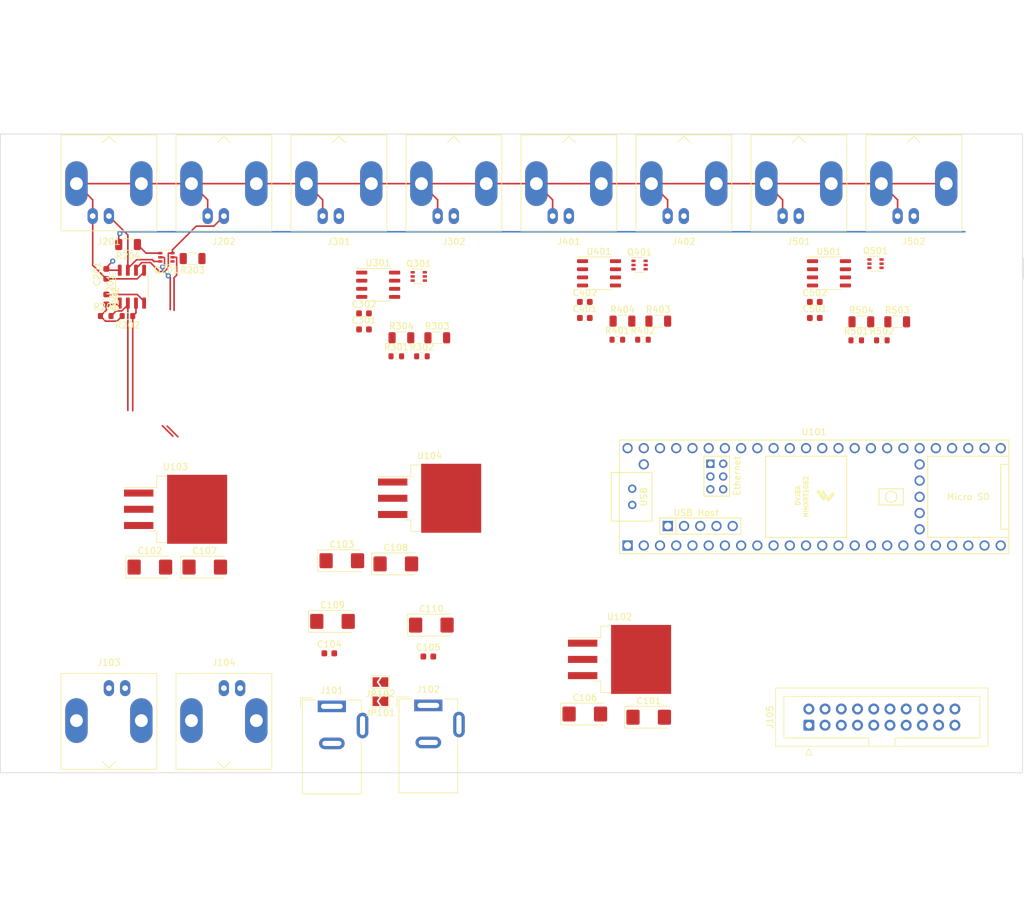
<source format=kicad_pcb>
(kicad_pcb (version 20211014) (generator pcbnew)
  (layers (0 "F.Cu" signal) (31 "B.Cu" signal) (34 "B.Paste" user) (35 "F.Paste" user) (36 "B.SilkS" user "B.Silkscreen") (37 "F.SilkS" user "F.Silkscreen") (38 "B.Mask" user) (39 "F.Mask" user) (44 "Edge.Cuts" user))
  (net 0 "")
  (net 1 "VDC")
  (net 2 "GND")
  (net 3 "Vdrive")
  (net 4 "GND2")
  (net 5 "+5V")
  (net 6 "+3V3")
  (net 7 "Vp")
  (net 10 "/RAW1")
  (net 11 "/RAW2")
  (net 12 "/P9")
  (net 13 "/P10")
  (net 14 "/P11")
  (net 15 "/P12")
  (net 16 "/P13")
  (net 17 "/P14")
  (net 18 "/P15")
  (net 19 "/P16")
  (net 20 "/PU9")
  (net 21 "/PU10")
  (net 22 "/PU11")
  (net 23 "/PU12")
  (net 24 "/PU13")
  (net 25 "/PU14")
  (net 26 "/PU15")
  (net 27 "/PU16")
  (net 28 "Net-(J201-Pad1)")
  (net 29 "Net-(J202-Pad1)")
  (net 30 "Net-(J301-Pad1)")
  (net 31 "Net-(J302-Pad1)")
  (net 32 "Net-(J401-Pad1)")
  (net 33 "Net-(J402-Pad1)")
  (net 34 "Net-(J501-Pad1)")
  (net 35 "Net-(J502-Pad1)")
  (net 36 "Net-(Q201-Pad1)")
  (net 37 "/PU1")
  (net 38 "Net-(Q201-Pad4)")
  (net 39 "/PU2")
  (net 40 "Net-(Q301-Pad1)")
  (net 41 "/PU3")
  (net 42 "Net-(Q301-Pad4)")
  (net 43 "/PU4")
  (net 44 "Net-(Q401-Pad1)")
  (net 45 "/PU5")
  (net 46 "Net-(Q401-Pad4)")
  (net 47 "/PU6")
  (net 48 "Net-(Q501-Pad1)")
  (net 49 "/PU7")
  (net 50 "Net-(Q501-Pad4)")
  (net 51 "/PU8")
  (net 52 "/P1")
  (net 53 "/P2")
  (net 54 "/P3")
  (net 55 "/P4")
  (net 56 "/P5")
  (net 57 "/P6")
  (net 58 "/P7")
  (net 59 "/P8")
  (footprint "Resistor_SMD:R_0603_1608Metric" (layer "F.Cu") (at 171 93)
    (fp_text reference "R502")
    (fp_text value "660R")
  )
  (footprint "Package_SO:SO-8_3.9x4.9mm_P1.27mm" (layer "F.Cu") (at 53.6 84.6 90)
    (fp_text reference "U201")
    (fp_text value "ISO1640DR")
  )
  (footprint "Resistor_SMD:R_0603_1608Metric" (layer "F.Cu") (at 49.5 89.2)
    (fp_text reference "R201")
    (fp_text value "660R")
  )
  (footprint "Jumper:SolderJumper-2_P1.3mm_Open_TrianglePad1.0x1.5mm" (layer "F.Cu") (at 92.5 146.5 180)
    (fp_text reference "JP102")
    (fp_text value "SolderJumper_2_Open")
  )
  (footprint "Jumper:SolderJumper-2_P1.3mm_Open_TrianglePad1.0x1.5mm" (layer "F.Cu") (at 92.5 149.5 180)
    (fp_text reference "JP101")
    (fp_text value "SolderJumper_2_Open")
  )
  (footprint "Package_TO_SOT_SMD:SOT-363_SC-70-6" (layer "F.Cu") (at 170 81)
    (fp_text reference "Q501")
    (fp_text value "BCR185S")
  )
  (footprint "Connector_IDC:IDC-Header_2x10_P2.54mm_Vertical" (layer "F.Cu") (at 159.57 153.2525 90)
    (fp_text reference "J105")
    (fp_text value "Conn_02x10_Counter_Clockwise")
  )
  (footprint "Connector_BarrelJack:BarrelJack_Wuerth_6941xx301002" (layer "F.Cu") (at 100 150.15)
    (fp_text reference "J102")
    (fp_text value "DO_NOT_PLACE")
  )
  (footprint "Package_TO_SOT_SMD:TO-263-3_TabPin2" (layer "F.Cu") (at 100.2 117.725)
    (fp_text reference "U104")
    (fp_text value "LM1085-3.3")
  )
  (footprint "Capacitor_SMD:C_0603_1608Metric" (layer "F.Cu") (at 49.6 86.6 -90)
    (fp_text reference "C202")
    (fp_text value "0.1uF")
  )
  (footprint "Resistor_SMD:R_0603_1608Metric" (layer "F.Cu") (at 129.59 92.9)
    (fp_text reference "R401")
    (fp_text value "660R")
  )
  (footprint "Capacitor_SMD:C_0603_1608Metric" (layer "F.Cu") (at 89.93 88.78)
    (fp_text reference "C302")
    (fp_text value "0.1uF")
  )
  (footprint "Capacitor_Tantalum_SMD:CP_EIA-6032-28_Kemet-C" (layer "F.Cu") (at 124.5 151.5)
    (fp_text reference "C106")
    (fp_text value "10uF")
  )
  (footprint "Resistor_SMD:R_0603_1608Metric" (layer "F.Cu") (at 166.99 93)
    (fp_text reference "R501")
    (fp_text value "660R")
  )
  (footprint "Package_TO_SOT_SMD:SOT-363_SC-70-6" (layer "F.Cu") (at 59 80 180)
    (fp_text reference "Q201")
    (fp_text value "BCR185S")
  )
  (footprint "Capacitor_SMD:C_0603_1608Metric" (layer "F.Cu") (at 49.6 82.6 90)
    (fp_text reference "C201")
    (fp_text value "0.1uF")
  )
  (footprint "Package_TO_SOT_SMD:TO-263-3_TabPin2" (layer "F.Cu") (at 129.935 142.95)
    (fp_text reference "U102")
    (fp_text value "LM1085-5.0")
  )
  (footprint "Capacitor_Tantalum_SMD:CP_EIA-6032-28_Kemet-C" (layer "F.Cu") (at 134.5 152)
    (fp_text reference "C101")
    (fp_text value "10uF")
  )
  (footprint "Capacitor_SMD:C_0603_1608Metric" (layer "F.Cu") (at 160.5 86.99)
    (fp_text reference "C502")
    (fp_text value "0.1uF")
  )
  (footprint "Resistor_SMD:R_1206_3216Metric" (layer "F.Cu") (at 130.39 90)
    (fp_text reference "R404")
    (fp_text value "330R")
  )
  (footprint "Connector_Coaxial:BNC_Amphenol_B6252HB-NPP3G-50_Horizontal" (layer "F.Cu") (at 50 147.45 180)
    (fp_text reference "J103")
    (fp_text value "Conn_Coaxial")
  )
  (footprint "Package_SO:SO-8_3.9x4.9mm_P1.27mm" (layer "F.Cu") (at 162.72 82.51)
    (fp_text reference "U501")
    (fp_text value "ISO1640DR")
  )
  (footprint "Resistor_SMD:R_0603_1608Metric" (layer "F.Cu") (at 52.9 89.2 180)
    (fp_text reference "R202")
    (fp_text value "660R")
  )
  (footprint "Resistor_SMD:R_1206_3216Metric" (layer "F.Cu") (at 136 90)
    (fp_text reference "R403")
    (fp_text value "330R")
  )
  (footprint "Capacitor_Tantalum_SMD:CP_EIA-6032-28_Kemet-C" (layer "F.Cu") (at 65 128.5)
    (fp_text reference "C107")
    (fp_text value "10uF")
  )
  (footprint "Package_TO_SOT_SMD:SOT-363_SC-70-6" (layer "F.Cu") (at 133.07 81.21)
    (fp_text reference "Q401")
    (fp_text value "BCR185S")
  )
  (footprint "Capacitor_SMD:C_0603_1608Metric" (layer "F.Cu") (at 124.5 86.99)
    (fp_text reference "C402")
    (fp_text value "0.1uF")
  )
  (footprint "Capacitor_SMD:C_0603_1608Metric" (layer "F.Cu") (at 160.5 89.5)
    (fp_text reference "C501")
    (fp_text value "0.1uF")
  )
  (footprint "Capacitor_Tantalum_SMD:CP_EIA-6032-28_Kemet-C" (layer "F.Cu") (at 86.4625 127.5)
    (fp_text reference "C103")
    (fp_text value "10uF")
  )
  (footprint "Connector_Coaxial:BNC_Amphenol_B6252HB-NPP3G-50_Horizontal" (layer "F.Cu") (at 86 73.55)
    (fp_text reference "J301")
    (fp_text value "Conn_Coaxial")
  )
  (footprint "Capacitor_Tantalum_SMD:CP_EIA-6032-28_Kemet-C" (layer "F.Cu") (at 56.41 128.5)
    (fp_text reference "C102")
    (fp_text value "10uF")
  )
  (footprint "Connector_Coaxial:BNC_Amphenol_B6252HB-NPP3G-50_Horizontal" (layer "F.Cu") (at 68 147.45 180)
    (fp_text reference "J104")
    (fp_text value "Conn_Coaxial")
  )
  (footprint "Capacitor_Tantalum_SMD:CP_EIA-6032-28_Kemet-C" (layer "F.Cu") (at 100.475 137.58)
    (fp_text reference "C110")
    (fp_text value "10uF")
  )
  (footprint "Connector_Coaxial:BNC_Amphenol_B6252HB-NPP3G-50_Horizontal" (layer "F.Cu") (at 176 73.55)
    (fp_text reference "J502")
    (fp_text value "Conn_Coaxial")
  )
  (footprint "Resistor_SMD:R_1206_3216Metric" (layer "F.Cu") (at 95.79 92.6)
    (fp_text reference "R304")
    (fp_text value "330R")
  )
  (footprint "Resistor_SMD:R_0603_1608Metric" (layer "F.Cu") (at 94.99 95.5)
    (fp_text reference "R301")
    (fp_text value "660R")
  )
  (footprint "Resistor_SMD:R_1206_3216Metric" (layer "F.Cu") (at 53 78 180)
    (fp_text reference "R204")
    (fp_text value "330R")
  )
  (footprint "Connector_Coaxial:BNC_Amphenol_B6252HB-NPP3G-50_Horizontal" (layer "F.Cu") (at 68 73.55)
    (fp_text reference "J202")
    (fp_text value "Conn_Coaxial")
  )
  (footprint "Resistor_SMD:R_1206_3216Metric" (layer "F.Cu") (at 101.4 92.6)
    (fp_text reference "R303")
    (fp_text value "330R")
  )
  (footprint "Resistor_SMD:R_0603_1608Metric" (layer "F.Cu") (at 99 95.5)
    (fp_text reference "R302")
    (fp_text value "660R")
  )
  (footprint "Capacitor_Tantalum_SMD:CP_EIA-6032-28_Kemet-C" (layer "F.Cu") (at 85 137)
    (fp_text reference "C109")
    (fp_text value "10uF")
  )
  (footprint "Capacitor_SMD:C_0603_1608Metric" (layer "F.Cu") (at 124.5 89.5)
    (fp_text reference "C401")
    (fp_text value "0.1uF")
  )
  (footprint "Resistor_SMD:R_1206_3216Metric" (layer "F.Cu") (at 167.79 90.1)
    (fp_text reference "R504")
    (fp_text value "330R")
  )
  (footprint "Resistor_SMD:R_1206_3216Metric" (layer "F.Cu") (at 173.4 90.1)
    (fp_text reference "R503")
    (fp_text value "330R")
  )
  (footprint "Connector_Coaxial:BNC_Amphenol_B6252HB-NPP3G-50_Horizontal" (layer "F.Cu") (at 122 73.55)
    (fp_text reference "J401")
    (fp_text value "Conn_Coaxial")
  )
  (footprint "Capacitor_SMD:C_0603_1608Metric" (layer "F.Cu") (at 100 142.5)
    (fp_text reference "C105")
    (fp_text value "0.1uF")
  )
  (footprint "Connector_Coaxial:BNC_Amphenol_B6252HB-NPP3G-50_Horizontal" (layer "F.Cu") (at 50 73.55)
    (fp_text reference "J201")
    (fp_text value "Conn_Coaxial")
  )
  (footprint "Resistor_SMD:R_0603_1608Metric" (layer "F.Cu") (at 133.6 92.9)
    (fp_text reference "R402")
    (fp_text value "660R")
  )
  (footprint "Package_SO:SO-8_3.9x4.9mm_P1.27mm" (layer "F.Cu") (at 92.15 84.3)
    (fp_text reference "U301")
    (fp_text value "ISO1640DR")
  )
  (footprint "Connector_Coaxial:BNC_Amphenol_B6252HB-NPP3G-50_Horizontal" (layer "F.Cu") (at 140 73.55)
    (fp_text reference "J402")
    (fp_text value "Conn_Coaxial")
  )
  (footprint "Capacitor_SMD:C_0603_1608Metric" (layer "F.Cu") (at 84.5 142)
    (fp_text reference "C104")
    (fp_text value "0.1uF")
  )
  (footprint "Package_TO_SOT_SMD:TO-263-3_TabPin2" (layer "F.Cu") (at 60.435 119.45)
    (fp_text reference "U103")
    (fp_text value "LM1085-3.3")
  )
  (footprint "Resistor_SMD:R_1206_3216Metric" (layer "F.Cu") (at 63.1 80.2 180)
    (fp_text reference "R203")
    (fp_text value "330R")
  )
  (footprint "pretty:Teensy41" (layer "F.Cu") (at 160.4 117.5)
    (fp_text reference "U101")
    (fp_text value "Teensy4.1")
  )
  (footprint "Connector_Coaxial:BNC_Amphenol_B6252HB-NPP3G-50_Horizontal" (layer "F.Cu") (at 158 73.55)
    (fp_text reference "J501")
    (fp_text value "Conn_Coaxial")
  )
  (footprint "Capacitor_SMD:C_0603_1608Metric" (layer "F.Cu") (at 89.93 91.29)
    (fp_text reference "C301")
    (fp_text value "0.1uF")
  )
  (footprint "Connector_BarrelJack:BarrelJack_Wuerth_6941xx301002" (layer "F.Cu") (at 84.9 150.3)
    (fp_text reference "J101")
    (fp_text value "Barrel_Jack_Switch")
  )
  (footprint "Connector_Coaxial:BNC_Amphenol_B6252HB-NPP3G-50_Horizontal" (layer "F.Cu") (at 104 73.55)
    (fp_text reference "J302")
    (fp_text value "Conn_Coaxial")
  )
  (footprint "Capacitor_Tantalum_SMD:CP_EIA-6032-28_Kemet-C" (layer "F.Cu") (at 94.91 128)
    (fp_text reference "C108")
    (fp_text value "10uF")
  )
  (footprint "Package_TO_SOT_SMD:SOT-363_SC-70-6" (layer "F.Cu") (at 98.5 83)
    (fp_text reference "Q301")
    (fp_text value "BCR185S")
  )
  (footprint "Package_SO:SO-8_3.9x4.9mm_P1.27mm" (layer "F.Cu") (at 126.72 82.51)
    (fp_text reference "U401")
    (fp_text value "ISO1640DR")
  )
  (gr_rect (start 193.2 83.4) (end 193.2 80.1) (layer "Edge.Cuts") (width 0.1) (fill none))
  (gr_rect (start 33 60.7) (end 193 160.7) (layer "Edge.Cuts") (width 0.1) (fill none))
  (segment (start 55.505 87.175) (end 55.505 86.898928) (width 0.25) (layer "F.Cu") (net 2))
  (segment (start 55.505 86.898928) (end 54.431072 85.825) (width 0.25) (layer "F.Cu") (net 2))
  (segment (start 54.431072 85.825) (end 49.6 85.825) (width 0.25) (layer "F.Cu") (net 2))
  (segment (start 137.46 71.01) (end 134.92 68.47) (width 0.25) (layer "F.Cu") (net 4))
  (segment (start 119.46 73.55) (end 119.46 71.01) (width 0.25) (layer "F.Cu") (net 4))
  (segment (start 44.92 68.47) (end 47.46 71.01) (width 0.25) (layer "F.Cu") (net 4))
  (segment (start 119.46 71.01) (end 116.92 68.47) (width 0.25) (layer "F.Cu") (net 4))
  (segment (start 155.46 71.01) (end 152.92 68.47) (width 0.25) (layer "F.Cu") (net 4))
  (segment (start 173.46 73.55) (end 173.46 71.01) (width 0.25) (layer "F.Cu") (net 4))
  (segment (start 47.46 81.235) (end 49.6 83.375) (width 0.25) (layer "F.Cu") (net 4))
  (segment (start 54.431072 83.375) (end 55.505 82.301072) (width 0.25) (layer "F.Cu") (net 4))
  (segment (start 65.46 71.01) (end 62.92 68.47) (width 0.25) (layer "F.Cu") (net 4))
  (segment (start 83.46 71.01) (end 80.92 68.47) (width 0.25) (layer "F.Cu") (net 4))
  (segment (start 83.46 73.55) (end 83.46 71.01) (width 0.25) (layer "F.Cu") (net 4))
  (segment (start 101.46 71.01) (end 98.92 68.47) (width 0.25) (layer "F.Cu") (net 4))
  (segment (start 55.505 82.301072) (end 55.505 82.025) (width 0.25) (layer "F.Cu") (net 4))
  (segment (start 173.46 71.01) (end 170.92 68.47) (width 0.25) (layer "F.Cu") (net 4))
  (segment (start 55.08 68.47) (end 181.08 68.47) (width 0.25) (layer "F.Cu") (net 4))
  (segment (start 137.46 73.55) (end 137.46 71.01) (width 0.25) (layer "F.Cu") (net 4))
  (segment (start 47.46 73.55) (end 47.46 81.235) (width 0.25) (layer "F.Cu") (net 4))
  (segment (start 49.6 83.375) (end 54.431072 83.375) (width 0.25) (layer "F.Cu") (net 4))
  (segment (start 101.46 73.55) (end 101.46 71.01) (width 0.25) (layer "F.Cu") (net 4))
  (segment (start 155.46 73.55) (end 155.46 71.01) (width 0.25) (layer "F.Cu") (net 4))
  (segment (start 44.92 68.47) (end 55.08 68.47) (width 0.25) (layer "F.Cu") (net 4))
  (segment (start 65.46 73.55) (end 65.46 71.01) (width 0.25) (layer "F.Cu") (net 4))
  (segment (start 47.46 71.01) (end 47.46 73.55) (width 0.25) (layer "F.Cu") (net 4))
  (segment (start 49.6 87.375) (end 49.6 88.275) (width 0.25) (layer "F.Cu") (net 6))
  (segment (start 51.495 87.375) (end 51.695 87.175) (width 0.25) (layer "F.Cu") (net 6))
  (segment (start 49.6 87.375) (end 51.495 87.375) (width 0.25) (layer "F.Cu") (net 6))
  (segment (start 49.6 88.275) (end 48.675 89.2) (width 0.25) (layer "F.Cu") (net 6))
  (segment (start 51.27548 89.99952) (end 49.47452 89.99952) (width 0.25) (layer "F.Cu") (net 6))
  (segment (start 52.075 89.2) (end 51.27548 89.99952) (width 0.25) (layer "F.Cu") (net 6))
  (segment (start 49.47452 89.99952) (end 48.675 89.2) (width 0.25) (layer "F.Cu") (net 6))
  (segment (start 49.6 81.6) (end 50.6 80.6) (width 0.25) (layer "F.Cu") (net 7))
  (segment (start 51.695 82.025) (end 49.8 82.025) (width 0.25) (layer "F.Cu") (net 7))
  (segment (start 49.6 81.825) (end 49.6 81.6) (width 0.25) (layer "F.Cu") (net 7))
  (segment (start 51.5375 76.4625) (end 51.712701 76.287299) (width 0.25) (layer "F.Cu") (net 7))
  (segment (start 51.5375 78) (end 51.5375 76.4625) (width 0.25) (layer "F.Cu") (net 7))
  (segment (start 49.8 82.025) (end 49.6 81.825) (width 0.25) (layer "F.Cu") (net 7))
  (via (at 51.712701 76.287299) (size 0.8) (drill 0.4) (layers "F.Cu" "B.Cu") (net 7))
  (via (at 50.6 80.6) (size 0.8) (drill 0.4) (layers "F.Cu" "B.Cu") (net 7))
  (segment (start 66 76) (end 184 76) (width 0.25) (layer "B.Cu") (net 7))
  (segment (start 52 76) (end 51.712701 76.287299) (width 0.25) (layer "B.Cu") (net 7))
  (segment (start 51.425402 76) (end 51.712701 76.287299) (width 0.25) (layer "B.Cu") (net 7))
  (segment (start 66 76) (end 52 76) (width 0.25) (layer "B.Cu") (net 7))
  (segment (start 65 76) (end 66 76) (width 0.25) (layer "B.Cu") (net 7))
  (segment (start 57 80.6) (end 56.95 80.55) (width 0.25) (layer "F.Cu") (net 28))
  (segment (start 52.965 81.748928) (end 54.337959 80.375969) (width 0.25) (layer "F.Cu") (net 28))
  (segment (start 52.965 76.515) (end 52.965 82.025) (width 0.25) (layer "F.Cu") (net 28))
  (segment (start 52.965 82.025) (end 52.965 81.748928) (width 0.25) (layer "F.Cu") (net 28))
  (segment (start 58.05 80.65) (end 57.05 80.65) (width 0.25) (layer "F.Cu") (net 28))
  (segment (start 56.775969 80.375969) (end 56.95 80.55) (width 0.25) (layer "F.Cu") (net 28))
  (segment (start 50 73.55) (end 52.965 76.515) (width 0.25) (layer "F.Cu") (net 28))
  (segment (start 57.05 80.65) (end 57 80.6) (width 0.25) (layer "F.Cu") (net 28))
  (segment (start 54.337959 80.375969) (end 56.775969 80.375969) (width 0.25) (layer "F.Cu") (net 28))
  (segment (start 56.95 80.55) (end 56.8 80.4) (width 0.25) (layer "F.Cu") (net 28))
  (segment (start 57.888797 82.224501) (end 58.700099 82.224501) (width 0.25) (layer "F.Cu") (net 29))
  (segment (start 54.235 81.748928) (end 55.158448 80.82548) (width 0.25) (layer "F.Cu") (net 29))
  (segment (start 59.300489 81.624111) (end 59.300489 79.424511) (width 0.25) (layer "F.Cu") (net 29))
  (segment (start 59.375 79.35) (end 59.95 79.35) (width 0.25) (layer "F.Cu") (net 29))
  (segment (start 66.42548 75.12452) (end 63.662987 75.12452) (width 0.25) (layer "F.Cu") (net 29))
  (segment (start 56.489776 80.82548) (end 57.888797 82.224501) (width 0.25) (layer "F.Cu") (net 29))
  (segment (start 68 73.55) (end 66.42548 75.12452) (width 0.25) (layer "F.Cu") (net 29))
  (segment (start 63.662987 75.12452) (end 59.95 78.837507) (width 0.25) (layer "F.Cu") (net 29))
  (segment (start 55.158448 80.82548) (end 56.489776 80.82548) (width 0.25) (layer "F.Cu") (net 29))
  (segment (start 59.95 78.837507) (end 59.95 79.35) (width 0.25) (layer "F.Cu") (net 29))
  (segment (start 58.700099 82.224501) (end 59.300489 81.624111) (width 0.25) (layer "F.Cu") (net 29))
  (segment (start 54.235 82.025) (end 54.235 81.748928) (width 0.25) (layer "F.Cu") (net 29))
  (segment (start 59.300489 79.424511) (end 59.375 79.35) (width 0.25) (layer "F.Cu") (net 29))
  (segment (start 60.6 82.8) (end 60.2 83.2) (width 0.25) (layer "F.Cu") (net 37))
  (segment (start 59.95 80) (end 60.525 80) (width 0.25) (layer "F.Cu") (net 37))
  (segment (start 60.6 80.075) (end 60.6 82.8) (width 0.25) (layer "F.Cu") (net 37))
  (segment (start 60.2 83.2) (end 60.2 88.3) (width 0.25) (layer "F.Cu") (net 37))
  (segment (start 60.525 80) (end 60.6 80.075) (width 0.25) (layer "F.Cu") (net 37))
  (segment (start 55.8125 79.35) (end 58.05 79.35) (width 0.25) (layer "F.Cu") (net 38))
  (segment (start 54.4625 78) (end 55.8125 79.35) (width 0.25) (layer "F.Cu") (net 38))
  (segment (start 58.699511 81.200489) (end 58.4 81.5) (width 0.25) (layer "F.Cu") (net 39))
  (segment (start 58.05 80) (end 58.574022 80) (width 0.25) (layer "F.Cu") (net 39))
  (segment (start 59.3 82.9) (end 59.6 83.2) (width 0.25) (layer "F.Cu") (net 39))
  (segment (start 58.699511 80.125489) (end 58.699511 81.200489) (width 0.25) (layer "F.Cu") (net 39))
  (segment (start 58.574022 80) (end 58.699511 80.125489) (width 0.25) (layer "F.Cu") (net 39))
  (segment (start 59.6 83.2) (end 59.6 88.2) (width 0.25) (layer "F.Cu") (net 39))
  (via (at 58.4 81.5) (size 0.8) (drill 0.4) (layers "F.Cu" "B.Cu") (net 39))
  (via (at 59.3 82.9) (size 0.8) (drill 0.4) (layers "F.Cu" "B.Cu") (net 39))
  (segment (start 58.4 81.5) (end 58.4 82) (width 0.25) (layer "B.Cu") (net 39))
  (segment (start 58.4 82) (end 59.3 82.9) (width 0.25) (layer "B.Cu") (net 39))
  (segment (start 51.12452 88.40048) (end 52.015592 88.40048) (width 0.25) (layer "F.Cu") (net 52))
  (segment (start 52.965 87.451072) (end 52.965 87.175) (width 0.25) (layer "F.Cu") (net 52))
  (segment (start 52.015592 88.40048) (end 52.965 87.451072) (width 0.25) (layer "F.Cu") (net 52))
  (segment (start 58.365 106.365) (end 59 107) (width 0.25) (layer "F.Cu") (net 52))
  (segment (start 52.965 88.06) (end 52.965 87.175) (width 0.25) (layer "F.Cu") (net 52))
  (segment (start 52.965 87.175) (end 52.965 103.965) (width 0.25) (layer "F.Cu") (net 52))
  (segment (start 59 107) (end 60 108) (width 0.25) (layer "F.Cu") (net 52))
  (segment (start 50.325 89.2) (end 51.12452 88.40048) (width 0.25) (layer "F.Cu") (net 52))
  (segment (start 53.725 89.2) (end 53.725 104.025) (width 0.25) (layer "F.Cu") (net 53))
  (segment (start 54.235 88.69) (end 53.725 89.2) (width 0.25) (layer "F.Cu") (net 53))
  (segment (start 54.235 87.175) (end 54.235 88.69) (width 0.25) (layer "F.Cu") (net 53))
  (segment (start 59.125 106.425) (end 60.8 108.1) (width 0.25) (layer "F.Cu") (net 53))
)
</source>
